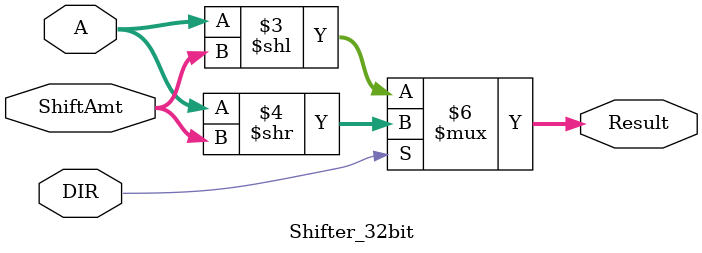
<source format=v>
module Shifter_32bit (
    input wire [31:0] A,       // 32-bit input data
    input wire [4:0] ShiftAmt, // Shift amount (0 to 31)
    input wire DIR,            // Direction (0: Left Shift, 1: Right Shift)
    output reg [31:0] Result   // Shifted output
);

    always @(*) begin
        if (DIR == 0)
            Result = A << ShiftAmt;  // Left Shift
        else
            Result = A >> ShiftAmt;  // Right Shift
    end

endmodule

</source>
